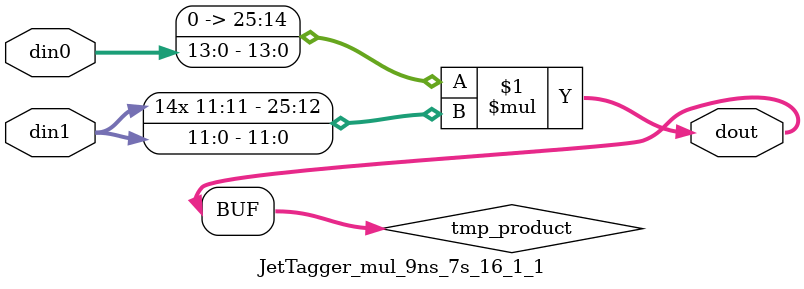
<source format=v>

`timescale 1 ns / 1 ps

  module JetTagger_mul_9ns_7s_16_1_1(din0, din1, dout);
parameter ID = 1;
parameter NUM_STAGE = 0;
parameter din0_WIDTH = 14;
parameter din1_WIDTH = 12;
parameter dout_WIDTH = 26;

input [din0_WIDTH - 1 : 0] din0; 
input [din1_WIDTH - 1 : 0] din1; 
output [dout_WIDTH - 1 : 0] dout;

wire signed [dout_WIDTH - 1 : 0] tmp_product;











assign tmp_product = $signed({1'b0, din0}) * $signed(din1);










assign dout = tmp_product;







endmodule

</source>
